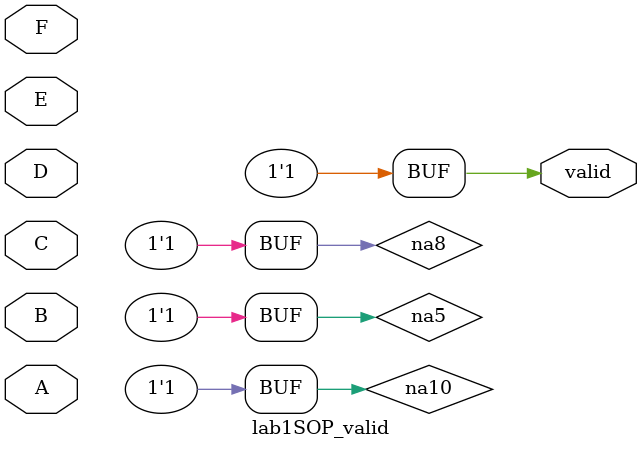
<source format=sv>
`default_nettype none

module lab1SOP_valid (
    input logic A, B, C, D, E, F,
    output logic valid);

    logic nA, nB, nC, nD, nE, nF;
    not (nA, A);
    not (nB, B);
    not (nC, C);
    not (nD, D);
    not (nE, E);
    not (nF, F);

    logic na1, na2, na3, na4, na5, na6;
    logic na7, na8, na9, na10, na11;

    //DE'
    nand (na1, D, nE);

    //AC'E'
    nand (na2, A, nC, nE);

    //BCD'F'
    nand (na3, B, C, nD, nF);

    //AD'EF
    nand (na4, A, nD, E, F);

    //A'CD'E'F
    logic na12;

    nand (na12, nA, C, nD, nE);
    nand (na12, na12, na12);
    nand (na5, na12, F);

    //AB'D'E'
    nand (na6, A, nB, nD, nE);

    //B'C'D'F'
    nand (na7, nB, nC, nD, nF);

    //A'B'CDF'
    logic na13;
    nand (na13, nA, nB, C, D);
    nand (na13, na13, na13);
    nand (na8, na13, nF);

    //B'C'D'E
    nand (na9, nB, nC, nD, E);

    //A'BC'EF'
    logic na14;
    nand (na14, nA, B, nC, E);
    nand (na14, na14, na14);
    nand (na10, na14, nF);

    //B'C'E'F'
    nand (na11, nB, nC, nE, nF);

    logic na15, na16, na17;

    nand (na15, na1, na2, na3, na4);
    nand (na16, na5, na6, na7, na8);
    nand (na17, na9, na10, na11);

    nand (na15, na15, na15);
    nand (na16, na16, na16);
    nand (na17, na17, na17);

    nand (valid, na15, na16, na17);

endmodule : lab1SOP_valid

</source>
